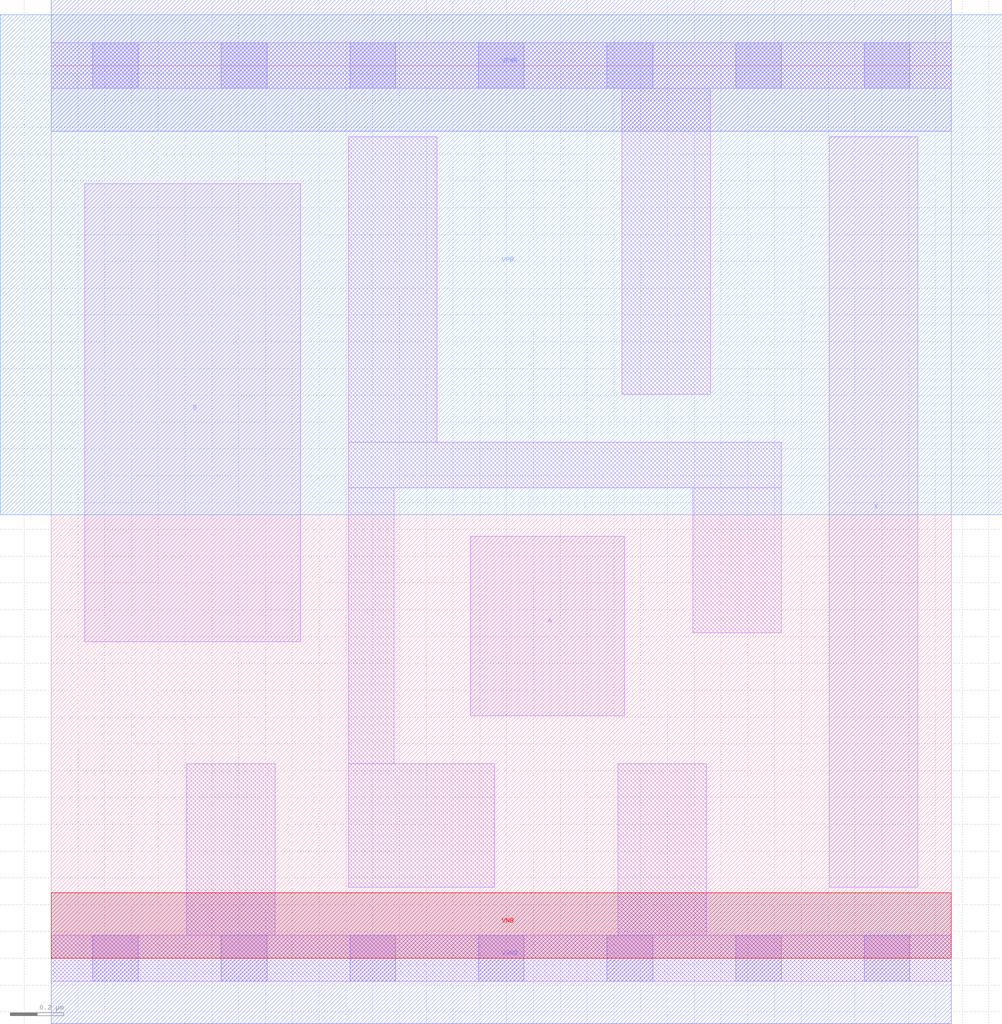
<source format=lef>
# Copyright 2020 The SkyWater PDK Authors
#
# Licensed under the Apache License, Version 2.0 (the "License");
# you may not use this file except in compliance with the License.
# You may obtain a copy of the License at
#
#     https://www.apache.org/licenses/LICENSE-2.0
#
# Unless required by applicable law or agreed to in writing, software
# distributed under the License is distributed on an "AS IS" BASIS,
# WITHOUT WARRANTIES OR CONDITIONS OF ANY KIND, either express or implied.
# See the License for the specific language governing permissions and
# limitations under the License.
#
# SPDX-License-Identifier: Apache-2.0

VERSION 5.7 ;
  NOWIREEXTENSIONATPIN ON ;
  DIVIDERCHAR "/" ;
  BUSBITCHARS "[]" ;
MACRO sky130_fd_sc_lp__or2_lp2
  CLASS CORE ;
  FOREIGN sky130_fd_sc_lp__or2_lp2 ;
  ORIGIN  0.000000  0.000000 ;
  SIZE  3.360000 BY  3.330000 ;
  SYMMETRY X Y R90 ;
  SITE unit ;
  PIN A
    ANTENNAGATEAREA  0.376000 ;
    DIRECTION INPUT ;
    USE SIGNAL ;
    PORT
      LAYER li1 ;
        RECT 1.565000 0.905000 2.140000 1.575000 ;
    END
  END A
  PIN B
    ANTENNAGATEAREA  0.376000 ;
    DIRECTION INPUT ;
    USE SIGNAL ;
    PORT
      LAYER li1 ;
        RECT 0.125000 1.180000 0.930000 2.890000 ;
    END
  END B
  PIN X
    ANTENNADIFFAREA  0.404700 ;
    DIRECTION OUTPUT ;
    USE SIGNAL ;
    PORT
      LAYER li1 ;
        RECT 2.905000 0.265000 3.235000 3.065000 ;
    END
  END X
  PIN VGND
    DIRECTION INOUT ;
    USE GROUND ;
    PORT
      LAYER met1 ;
        RECT 0.000000 -0.245000 3.360000 0.245000 ;
    END
  END VGND
  PIN VNB
    DIRECTION INOUT ;
    USE GROUND ;
    PORT
      LAYER pwell ;
        RECT 0.000000 0.000000 3.360000 0.245000 ;
    END
  END VNB
  PIN VPB
    DIRECTION INOUT ;
    USE POWER ;
    PORT
      LAYER nwell ;
        RECT -0.190000 1.655000 3.550000 3.520000 ;
    END
  END VPB
  PIN VPWR
    DIRECTION INOUT ;
    USE POWER ;
    PORT
      LAYER met1 ;
        RECT 0.000000 3.085000 3.360000 3.575000 ;
    END
  END VPWR
  OBS
    LAYER li1 ;
      RECT 0.000000 -0.085000 3.360000 0.085000 ;
      RECT 0.000000  3.245000 3.360000 3.415000 ;
      RECT 0.505000  0.085000 0.835000 0.725000 ;
      RECT 1.110000  0.265000 1.655000 0.725000 ;
      RECT 1.110000  0.725000 1.280000 1.755000 ;
      RECT 1.110000  1.755000 2.725000 1.925000 ;
      RECT 1.110000  1.925000 1.440000 3.065000 ;
      RECT 2.115000  0.085000 2.445000 0.725000 ;
      RECT 2.130000  2.105000 2.460000 3.245000 ;
      RECT 2.395000  1.215000 2.725000 1.755000 ;
    LAYER mcon ;
      RECT 0.155000 -0.085000 0.325000 0.085000 ;
      RECT 0.155000  3.245000 0.325000 3.415000 ;
      RECT 0.635000 -0.085000 0.805000 0.085000 ;
      RECT 0.635000  3.245000 0.805000 3.415000 ;
      RECT 1.115000 -0.085000 1.285000 0.085000 ;
      RECT 1.115000  3.245000 1.285000 3.415000 ;
      RECT 1.595000 -0.085000 1.765000 0.085000 ;
      RECT 1.595000  3.245000 1.765000 3.415000 ;
      RECT 2.075000 -0.085000 2.245000 0.085000 ;
      RECT 2.075000  3.245000 2.245000 3.415000 ;
      RECT 2.555000 -0.085000 2.725000 0.085000 ;
      RECT 2.555000  3.245000 2.725000 3.415000 ;
      RECT 3.035000 -0.085000 3.205000 0.085000 ;
      RECT 3.035000  3.245000 3.205000 3.415000 ;
  END
END sky130_fd_sc_lp__or2_lp2
END LIBRARY

</source>
